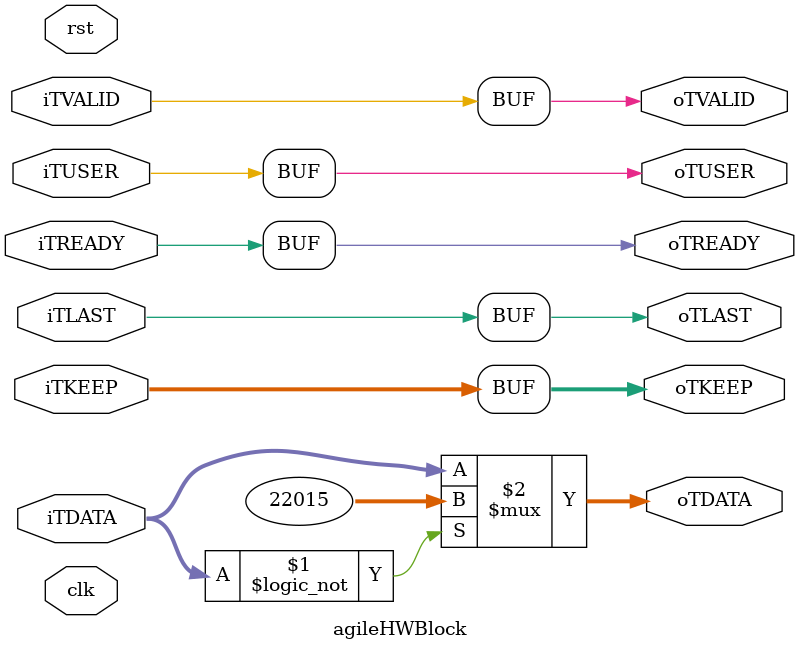
<source format=v>
`timescale 1ns / 1ps


module agileHWBlock(
    input [31:0]  iTDATA,
    input         iTUSER,
    input [3:0]   iTKEEP,
    input         iTVALID,
    input         iTLAST,
    output        oTREADY,
    output [31:0] oTDATA,
    output        oTUSER,
    output [3:0]  oTKEEP,
    output        oTVALID,
    output        oTLAST,
    input         iTREADY,
    input clk,
    input rst
    );
    
    assign oTDATA = (iTDATA == 'h00000000) ? 'h000055ff : iTDATA;
    assign oTUSER = iTUSER;
    assign oTKEEP = iTKEEP;
    assign oTVALID = iTVALID;
    assign oTLAST = iTLAST;
    assign oTREADY = iTREADY;
endmodule
</source>
